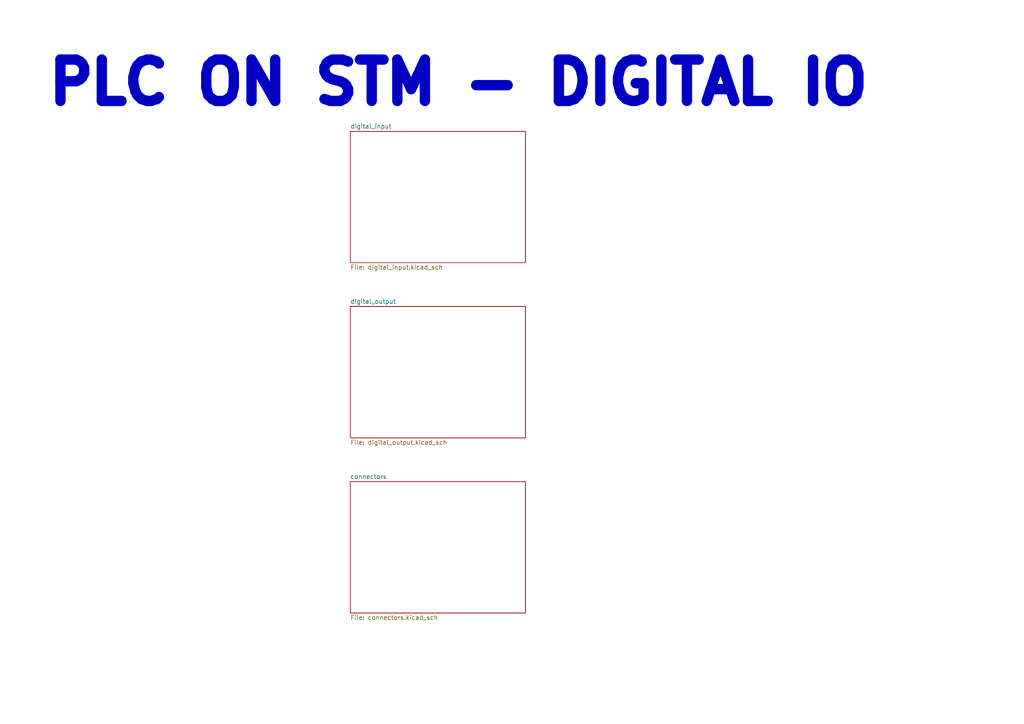
<source format=kicad_sch>
(kicad_sch
	(version 20250114)
	(generator "eeschema")
	(generator_version "9.0")
	(uuid "b652b05a-4e3d-4ad1-b032-18886abe7d45")
	(paper "A4")
	(title_block
		(title "PLC on STM - Digital IO Shield")
		(date "2025-12-27")
		(rev "${REVISION}")
		(company "Author: Grzegorz Potocki")
	)
	(lib_symbols)
	(text "PLC ON STM - DIGITAL IO"
		(exclude_from_sim no)
		(at 12.7 24.13 0)
		(effects
			(font
				(size 12 12)
				(thickness 4.8)
				(bold yes)
			)
			(justify left)
		)
		(uuid "cec71073-0df9-405e-812b-e61d9091f6a5")
	)
	(sheet
		(at 101.6 88.9)
		(size 50.8 38.1)
		(exclude_from_sim no)
		(in_bom yes)
		(on_board yes)
		(dnp no)
		(fields_autoplaced yes)
		(stroke
			(width 0.1524)
			(type solid)
		)
		(fill
			(color 0 0 0 0.0000)
		)
		(uuid "66aaa0ed-28c6-43db-9132-49c7d324c89b")
		(property "Sheetname" "digital_output"
			(at 101.6 88.1884 0)
			(effects
				(font
					(size 1.27 1.27)
				)
				(justify left bottom)
			)
		)
		(property "Sheetfile" "digital_output.kicad_sch"
			(at 101.6 127.5846 0)
			(effects
				(font
					(size 1.27 1.27)
				)
				(justify left top)
			)
		)
		(instances
			(project "digitalIO"
				(path "/b652b05a-4e3d-4ad1-b032-18886abe7d45"
					(page "3")
				)
			)
		)
	)
	(sheet
		(at 101.6 139.7)
		(size 50.8 38.1)
		(exclude_from_sim no)
		(in_bom yes)
		(on_board yes)
		(dnp no)
		(fields_autoplaced yes)
		(stroke
			(width 0.1524)
			(type solid)
		)
		(fill
			(color 0 0 0 0.0000)
		)
		(uuid "a3324828-c59a-446c-84be-8caf0e60ff6d")
		(property "Sheetname" "connectors"
			(at 101.6 138.9884 0)
			(effects
				(font
					(size 1.27 1.27)
				)
				(justify left bottom)
			)
		)
		(property "Sheetfile" "connectors.kicad_sch"
			(at 101.6 178.3846 0)
			(effects
				(font
					(size 1.27 1.27)
				)
				(justify left top)
			)
		)
		(instances
			(project "digitalIO"
				(path "/b652b05a-4e3d-4ad1-b032-18886abe7d45"
					(page "4")
				)
			)
		)
	)
	(sheet
		(at 101.6 38.1)
		(size 50.8 38.1)
		(exclude_from_sim no)
		(in_bom yes)
		(on_board yes)
		(dnp no)
		(fields_autoplaced yes)
		(stroke
			(width 0.1524)
			(type solid)
		)
		(fill
			(color 0 0 0 0.0000)
		)
		(uuid "ad631919-bc4e-4630-a7dd-140d6666075a")
		(property "Sheetname" "digital_input"
			(at 101.6 37.3884 0)
			(effects
				(font
					(size 1.27 1.27)
				)
				(justify left bottom)
			)
		)
		(property "Sheetfile" "digital_input.kicad_sch"
			(at 101.6 76.7846 0)
			(effects
				(font
					(size 1.27 1.27)
				)
				(justify left top)
			)
		)
		(instances
			(project "digitalIO"
				(path "/b652b05a-4e3d-4ad1-b032-18886abe7d45"
					(page "2")
				)
			)
		)
	)
	(sheet_instances
		(path "/"
			(page "1")
		)
	)
	(embedded_fonts no)
	(embedded_files
		(file
			(name "putm_frame.kicad_wks")
			(type worksheet)
			(data |KLUv/WAvCY0UAObcWyEA1TZqxSYpSnAbOsWnapwROGKZeeE9KM64wmSW/n9CwQRSAEsAVAD4Oxyb
				J+1rOdkbNb9xsXDRanbnQyvya8XCVdH2ki1/5E8AAAIk6L2cVUZpqIzfhq4RSaozfi/7dQ4BEChg
				lFKrztoX2zJ7iAAIlB+RJvRA+yEEXWKSolT/yP/7a1pX7XmRRhm89j0nPWe/GYMv9uxJfUAsfu3i
				22/vfIcXhLPXVP/1ccRg7drh9YPVk9L+7H1JUe2jdx/0POJ//JEB+OurcpitYkNewTCqH4nK6mxS
				yYTrKhtGw9AW3MM0uKqrJ6VZhegMO20WjaHZLl3HmQat8PcYOWdS9r8ONmljvwR5rtpUI9Wr5/d9
				k1qAwF+8oX3VgQKiXplVrUPNLIqo06IWyRYhXY8c8WLWjESjRCYLrEJYts3RYRitDhFNskG4hmgb
				h2rSDWLhLOJbS6Wh7XfvdALDScCh+r0x401nJz1KZaNolJLtQjGAgKAhPaUYmpIUJClkmAOARKTm
				qDqKaBj8cOU0CMQEDCAPXptjKGfrooqHvkhFQiG28qvJM4YHQAhI789Pe6CM7SBne5Vtvvq9wkcX
				nj05P3mYi4NXPJ/uUrLUtQk2w76hQgx0MktjeoBh+lxTD5IGHQ8SF9Ga45urwV0FAriFfagEhtx5
				PGHBX1CBeRAr8grmewQSn3TJNDZp6SKSo3klm1fsFkaN6NERStGPAAJ0Kkf9E0NKGKCXmflfrqck
				pBHEJ8GdTlHn24ljbxPc+WIMW/jPAgcgyPKJHrUDci3M7EQ4CER7hddwyKWAwM1vyOwMDboKEy8K
				OKN2seQXk/bQSa/Qvsl6kQcUuziiY7xUSu4KhT3mI977rkPExkevAg==|
			)
			(checksum "D28CC2D8CCEF14F2FD87317FD6BA98A1")
		)
	)
)

</source>
